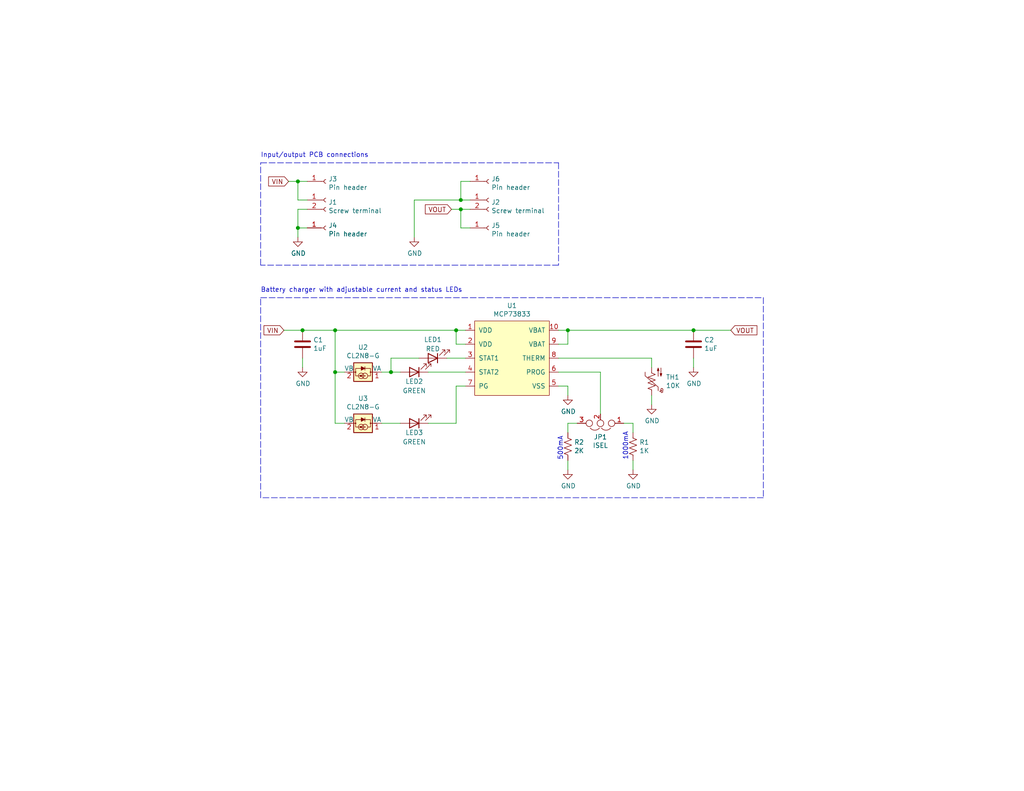
<source format=kicad_sch>
(kicad_sch (version 20211123) (generator eeschema)
  (paper "USLetter")
  (title_block (title "MCP73833 Battery Charger") (date "2021-07-15") (rev "A") (company "Ben's Universe Electronics") (comment 1 "Benjamin Owen"))
  (lib_symbols
    (symbol "Battery_Management:MCP73833" (pin_names (offset 1.016))
      (property "Reference" "U1" (at 0 14.351 0))
      (property "Value" "MCP73833" (at 0 12.0396 0))
      (symbol "MCP73833_0_1"
        (rectangle (start -10.16 10.16) (end 10.16 -10.16) (fill (type background)))
      )
      (symbol "MCP73833_1_1"
        (pin power_in line (at -12.7 7.62 0) (length 2.54) (name "VDD") (number "1"))
        (pin power_out line (at 12.7 7.62 180) (length 2.54) (name "VBAT") (number "10"))
        (pin power_in line (at -12.7 3.81 0) (length 2.54) (name "VDD") (number "2"))
        (pin power_in line (at -12.7 0 0) (length 2.54) (name "STAT1") (number "3"))
        (pin power_in line (at -12.7 -3.81 0) (length 2.54) (name "STAT2") (number "4"))
        (pin power_in line (at 12.7 -7.62 180) (length 2.54) (name "VSS") (number "5"))
        (pin input line (at 12.7 -3.81 180) (length 2.54) (name "PROG") (number "6"))
        (pin power_in line (at -12.7 -7.62 0) (length 2.54) (name "PG") (number "7"))
        (pin input line (at 12.7 0 180) (length 2.54) (name "THERM") (number "8"))
        (pin power_out line (at 12.7 3.81 180) (length 2.54) (name "VBAT") (number "9"))
      )
    )
    (symbol "Connector:Conn_01x01_Female" (pin_names (offset 1.016) hide)
      (property "Reference" "J" (at 0 2.54 0))
      (property "Value" "Conn_01x01_Female" (at 0 -2.54 0))
      (symbol "Conn_01x01_Female_1_1"
        (polyline (pts (xy -1.27 0) (xy -0.508 0)) (stroke (width 0.1524)))
        (arc (start 0 0.508) (mid -0.508 0) (end 0 -0.508) (stroke (width 0.1524)))
        (pin passive line (at -5.08 0 0) (length 3.81) (name "Pin_1") (number "1"))
      )
    )
    (symbol "Connector:Conn_01x02_Female" (pin_names (offset 1.016) hide)
      (property "Reference" "J" (at 0 2.54 0))
      (property "Value" "Conn_01x02_Female" (at 0 -5.08 0))
      (symbol "Conn_01x02_Female_1_1"
        (arc (start 0 -2.032) (mid -0.508 -2.54) (end 0 -3.048) (stroke (width 0.1524)))
        (polyline (pts (xy -1.27 -2.54) (xy -0.508 -2.54)) (stroke (width 0.1524)))
        (polyline (pts (xy -1.27 0) (xy -0.508 0)) (stroke (width 0.1524)))
        (arc (start 0 0.508) (mid -0.508 0) (end 0 -0.508) (stroke (width 0.1524)))
        (pin passive line (at -5.08 0 0) (length 3.81) (name "Pin_1") (number "1"))
        (pin passive line (at -5.08 -2.54 0) (length 3.81) (name "Pin_2") (number "2"))
      )
    )
    (symbol "Device:C" (pin_numbers hide) (pin_names (offset 0.254))
      (property "Reference" "C" (at 0.635 2.54 0))
      (property "Value" "C" (at 0.635 -2.54 0))
      (symbol "C_0_1"
        (polyline (pts (xy -2.032 -0.762) (xy 2.032 -0.762)) (stroke (width 0.508)))
        (polyline (pts (xy -2.032 0.762) (xy 2.032 0.762)) (stroke (width 0.508)))
      )
      (symbol "C_1_1"
        (pin passive line (at 0 3.81 270) (length 2.794) (name "~") (number "1"))
        (pin passive line (at 0 -3.81 90) (length 2.794) (name "~") (number "2"))
      )
    )
    (symbol "Device:Jumper_NC_Dual" (pin_names (offset 0.762) hide)
      (property "Reference" "JP" (at 1.27 -2.54 0))
      (property "Value" "Device_Jumper_NC_Dual" (at 0 2.54 0))
      (symbol "Jumper_NC_Dual_0_1"
        (circle (center -3.048 0) (radius 0.889))
        (arc (start -0.254 1.27) (mid -1.524 1.8804) (end -2.794 1.27))
        (circle (center 0 0) (radius 0.9144))
        (arc (start 2.794 1.27) (mid 1.524 1.8804) (end 0.254 1.27))
        (circle (center 3.048 0) (radius 0.889))
        (pin passive line (at -6.35 0 0) (length 2.413) (name "1") (number "1"))
        (pin passive line (at 0 -2.54 90) (length 1.524) (name "2") (number "2"))
        (pin passive line (at 6.35 0 180) (length 2.413) (name "3") (number "3"))
      )
    )
    (symbol "Device:LED" (pin_numbers hide) (pin_names (offset 1.016) hide)
      (property "Reference" "D" (at 0 2.54 0))
      (property "Value" "LED" (at 0 -2.54 0))
      (symbol "LED_0_1"
        (polyline (pts (xy -1.27 -1.27) (xy -1.27 1.27)) (stroke (width 0.254)))
        (polyline (pts (xy -1.27 0) (xy 1.27 0)))
        (polyline (pts (xy 1.27 -1.27) (xy 1.27 1.27) (xy -1.27 0) (xy 1.27 -1.27)) (stroke (width 0.254)))
        (polyline (pts (xy -3.048 -0.762) (xy -4.572 -2.286) (xy -3.81 -2.286) (xy -4.572 -2.286) (xy -4.572 -1.524)))
        (polyline (pts (xy -1.778 -0.762) (xy -3.302 -2.286) (xy -2.54 -2.286) (xy -3.302 -2.286) (xy -3.302 -1.524)))
      )
      (symbol "LED_1_1"
        (pin passive line (at -3.81 0 0) (length 2.54) (name "K") (number "1"))
        (pin passive line (at 3.81 0 180) (length 2.54) (name "A") (number "2"))
      )
    )
    (symbol "Device:R_US" (pin_numbers hide) (pin_names (offset 0))
      (property "Reference" "R" (at 2.54 0 90))
      (property "Value" "R_US" (at -2.54 0 90))
      (symbol "R_US_0_1"
        (polyline (pts (xy 0 -2.286) (xy 0 -2.54)))
        (polyline (pts (xy 0 2.286) (xy 0 2.54)))
        (polyline (pts (xy 0 -0.762) (xy 1.016 -1.143) (xy 0 -1.524) (xy -1.016 -1.905) (xy 0 -2.286)))
        (polyline (pts (xy 0 0.762) (xy 1.016 0.381) (xy 0 0) (xy -1.016 -0.381) (xy 0 -0.762)))
        (polyline (pts (xy 0 2.286) (xy 1.016 1.905) (xy 0 1.524) (xy -1.016 1.143) (xy 0 0.762)))
      )
      (symbol "R_US_1_1"
        (pin passive line (at 0 3.81 270) (length 1.27) (name "~") (number "1"))
        (pin passive line (at 0 -3.81 90) (length 1.27) (name "~") (number "2"))
      )
    )
    (symbol "Device:Thermistor_NTC_US" (pin_numbers hide) (pin_names (offset 0))
      (property "Reference" "TH" (at -4.445 0 90))
      (property "Value" "Thermistor_NTC_US" (at 3.175 0 90))
      (symbol "Thermistor_NTC_US_0_1"
        (arc (start -3.048 2.159) (mid -3.0505 2.3165) (end -3.175 2.413))
        (arc (start -3.048 2.159) (mid -2.9736 1.9794) (end -2.794 1.905))
        (arc (start -3.048 2.794) (mid -2.9736 2.6144) (end -2.794 2.54))
        (arc (start -2.794 1.905) (mid -2.6144 1.9794) (end -2.54 2.159))
        (arc (start -2.794 2.54) (mid -2.434 2.5608) (end -2.159 2.794))
        (arc (start -2.794 3.048) (mid -2.9736 2.9736) (end -3.048 2.794))
        (arc (start -2.54 2.794) (mid -2.6144 2.9736) (end -2.794 3.048))
        (polyline (pts (xy -2.54 2.159) (xy -2.54 2.794)))
        (polyline (pts (xy 0 -2.286) (xy 0 -2.54)))
        (polyline (pts (xy 0 2.286) (xy 0 2.54)))
        (polyline (pts (xy -1.778 2.54) (xy -1.778 1.524) (xy 1.778 -1.524) (xy 1.778 -2.54)))
        (polyline (pts (xy 0 -0.762) (xy 1.016 -1.143) (xy 0 -1.524) (xy -1.016 -1.905) (xy 0 -2.286)))
        (polyline (pts (xy 0 0.762) (xy 1.016 0.381) (xy 0 0) (xy -1.016 -0.381) (xy 0 -0.762)))
        (polyline (pts (xy 0 2.286) (xy 1.016 1.905) (xy 0 1.524) (xy -1.016 1.143) (xy 0 0.762)))
        (polyline (pts (xy -2.54 -3.683) (xy -2.54 -1.397) (xy -2.794 -2.159) (xy -2.286 -2.159) (xy -2.54 -1.397) (xy -2.54 -1.651)) (fill (type outline)))
        (polyline (pts (xy -1.778 -1.397) (xy -1.778 -3.683) (xy -2.032 -2.921) (xy -1.524 -2.921) (xy -1.778 -3.683) (xy -1.778 -3.429)) (fill (type outline)))
      )
      (symbol "Thermistor_NTC_US_1_1"
        (pin passive line (at 0 3.81 270) (length 1.27) (name "~") (number "1"))
        (pin passive line (at 0 -3.81 90) (length 1.27) (name "~") (number "2"))
      )
    )
    (symbol "Driver_LED:CL2N8-G" (pin_names (offset 0))
      (property "Reference" "U" (at 3.81 3.81 0))
      (property "Value" "Driver_LED_CL2N8-G" (at 3.81 1.27 0))
      (symbol "CL2N8-G_0_1"
        (rectangle (start -2.54 2.54) (end 2.54 -2.54) (stroke (width 0.254)) (fill (type background)))
        (circle (center 0 -2.032) (radius 0.127))
        (polyline (pts (xy -1.524 0.508) (xy -0.508 0.508)))
        (polyline (pts (xy 0 -3.048) (xy 0 -3.81)))
        (polyline (pts (xy 0 -2.032) (xy 0 -2.54)))
        (polyline (pts (xy 0 2.032) (xy 0 2.54)))
        (polyline (pts (xy 0 3.048) (xy 0 3.81)))
        (polyline (pts (xy -1.016 -0.508) (xy -1.016 -2.032) (xy 1.016 -2.032) (xy 1.016 -1.27)))
        (polyline (pts (xy -1.016 0.508) (xy -1.524 -0.508) (xy -0.508 -0.508) (xy -1.016 0.508)) (fill (type outline)))
        (polyline (pts (xy 1.016 1.27) (xy 1.016 2.032) (xy -1.016 2.032) (xy -1.016 0.508)))
        (polyline (pts (xy 1.016 0.762) (xy 1.016 -1.016) (xy 0.762 -0.508) (xy 1.27 -0.508) (xy 1.016 -1.016)) (fill (type outline)))
        (circle (center 0 2.032) (radius 0.127))
        (circle (center 1.016 -0.508) (radius 0.762))
        (circle (center 1.016 0.508) (radius 0.762))
      )
      (symbol "CL2N8-G_1_1"
        (pin input line (at 0 5.08 270) (length 2.54) (name "VA") (number "1"))
        (pin input line (at 0 -5.08 90) (length 2.54) (name "VB") (number "2"))
        (pin no_connect line (at 0 -2.54 90) (length 2.54) hide (name "NC") (number "3"))
      )
    )
    (symbol "power:GND" (power) (pin_names (offset 0))
      (property "Value" "GND" (at 0 -3.81 0))
      (symbol "GND_0_1"
        (polyline (pts (xy 0 0) (xy 0 -1.27) (xy 1.27 -1.27) (xy 0 -2.54) (xy -1.27 -1.27) (xy 0 -1.27)))
      )
      (symbol "GND_1_1"
        (pin power_in line (at 0 0 270) (length 0) hide (name "GND") (number "1"))
      )
    )
  )
  (junction (at 106.68 101.6))
  (junction (at 125.73 54.61))
  (junction (at 82.55 90.17))
  (junction (at 189.23 90.17))
  (junction (at 91.44 90.17))
  (junction (at 154.94 90.17))
  (junction (at 124.46 90.17))
  (junction (at 81.28 49.53))
  (junction (at 91.44 101.6))
  (junction (at 125.73 57.15))
  (junction (at 81.28 62.23))
  (wire (pts (xy 154.94 107.95) (xy 154.94 105.41)))
  (wire (pts (xy 177.8 100.33) (xy 177.8 97.79)))
  (wire (pts (xy 116.84 101.6) (xy 127 101.6)))
  (wire (pts (xy 91.44 90.17) (xy 124.46 90.17)))
  (wire (pts (xy 125.73 62.23) (xy 128.27 62.23)))
  (wire (pts (xy 157.48 115.57) (xy 154.94 115.57)))
  (wire (pts (xy 152.4 101.6) (xy 163.83 101.6)))
  (wire (pts (xy 189.23 100.33) (xy 189.23 97.79)))
  (wire (pts (xy 152.4 97.79) (xy 177.8 97.79)))
  (polyline (pts (xy 208.28 135.89) (xy 71.12 135.89)))
  (wire (pts (xy 154.94 128.27) (xy 154.94 125.73)))
  (wire (pts (xy 172.72 115.57) (xy 172.72 118.11)))
  (wire (pts (xy 83.82 54.61) (xy 81.28 54.61)))
  (wire (pts (xy 104.14 115.57) (xy 109.22 115.57)))
  (wire (pts (xy 123.19 57.15) (xy 125.73 57.15)))
  (wire (pts (xy 127 93.98) (xy 124.46 93.98)))
  (wire (pts (xy 113.03 64.77) (xy 113.03 54.61)))
  (wire (pts (xy 83.82 62.23) (xy 81.28 62.23)))
  (wire (pts (xy 124.46 90.17) (xy 127 90.17)))
  (wire (pts (xy 81.28 57.15) (xy 83.82 57.15)))
  (wire (pts (xy 116.84 115.57) (xy 124.46 115.57)))
  (wire (pts (xy 124.46 115.57) (xy 124.46 105.41)))
  (wire (pts (xy 77.47 90.17) (xy 82.55 90.17)))
  (wire (pts (xy 81.28 54.61) (xy 81.28 49.53)))
  (wire (pts (xy 125.73 57.15) (xy 128.27 57.15)))
  (wire (pts (xy 104.14 101.6) (xy 106.68 101.6)))
  (polyline (pts (xy 71.12 135.89) (xy 71.12 81.28)))
  (wire (pts (xy 82.55 100.33) (xy 82.55 97.79)))
  (wire (pts (xy 81.28 62.23) (xy 81.28 57.15)))
  (polyline (pts (xy 152.4 44.45) (xy 152.4 72.39)))
  (polyline (pts (xy 208.28 81.28) (xy 208.28 135.89)))
  (wire (pts (xy 128.27 49.53) (xy 125.73 49.53)))
  (wire (pts (xy 93.98 101.6) (xy 91.44 101.6)))
  (wire (pts (xy 125.73 49.53) (xy 125.73 54.61)))
  (wire (pts (xy 154.94 105.41) (xy 152.4 105.41)))
  (wire (pts (xy 82.55 90.17) (xy 91.44 90.17)))
  (wire (pts (xy 91.44 115.57) (xy 91.44 101.6)))
  (polyline (pts (xy 71.12 81.28) (xy 208.28 81.28)))
  (polyline (pts (xy 152.4 72.39) (xy 71.12 72.39)))
  (wire (pts (xy 91.44 115.57) (xy 93.98 115.57)))
  (wire (pts (xy 199.39 90.17) (xy 189.23 90.17)))
  (wire (pts (xy 91.44 101.6) (xy 91.44 90.17)))
  (wire (pts (xy 189.23 90.17) (xy 154.94 90.17)))
  (wire (pts (xy 177.8 110.49) (xy 177.8 107.95)))
  (wire (pts (xy 124.46 105.41) (xy 127 105.41)))
  (wire (pts (xy 124.46 93.98) (xy 124.46 90.17)))
  (wire (pts (xy 113.03 54.61) (xy 125.73 54.61)))
  (wire (pts (xy 109.22 101.6) (xy 106.68 101.6)))
  (wire (pts (xy 154.94 115.57) (xy 154.94 118.11)))
  (wire (pts (xy 125.73 57.15) (xy 125.73 62.23)))
  (wire (pts (xy 78.74 49.53) (xy 81.28 49.53)))
  (wire (pts (xy 154.94 90.17) (xy 152.4 90.17)))
  (wire (pts (xy 81.28 64.77) (xy 81.28 62.23)))
  (polyline (pts (xy 71.12 44.45) (xy 152.4 44.45)))
  (wire (pts (xy 106.68 101.6) (xy 106.68 97.79)))
  (polyline (pts (xy 71.12 72.39) (xy 71.12 44.45)))
  (wire (pts (xy 172.72 128.27) (xy 172.72 125.73)))
  (wire (pts (xy 163.83 101.6) (xy 163.83 113.03)))
  (wire (pts (xy 152.4 93.98) (xy 154.94 93.98)))
  (wire (pts (xy 114.3 97.79) (xy 106.68 97.79)))
  (wire (pts (xy 121.92 97.79) (xy 127 97.79)))
  (wire (pts (xy 81.28 49.53) (xy 83.82 49.53)))
  (wire (pts (xy 125.73 54.61) (xy 128.27 54.61)))
  (wire (pts (xy 170.18 115.57) (xy 172.72 115.57)))
  (wire (pts (xy 154.94 93.98) (xy 154.94 90.17)))
  (text "Battery charger with adjustable current and status LEDs" (at 71.12 80.01 0) (effects (font (size 1.27 1.27)) (justify left bottom)))
  (text "Input/output PCB connections" (at 71.12 43.18 0) (effects (font (size 1.27 1.27)) (justify left bottom)))
  (text "500mA" (at 153.67 125.73 90) (effects (font (size 1.27 1.27)) (justify left bottom)))
  (text "1000mA" (at 171.45 125.73 90) (effects (font (size 1.27 1.27)) (justify left bottom)))
  (global_label "VIN" (shape input) (at 77.47 90.17 180) (property "Intersheet References" "${INTERSHEET_REFS}" (effects hide)))
  (global_label "VOUT" (shape input) (at 199.39 90.17 0) (property "Intersheet References" "${INTERSHEET_REFS}" (effects hide)))
  (global_label "VOUT" (shape input) (at 123.19 57.15 180) (property "Intersheet References" "${INTERSHEET_REFS}" (effects hide)))
  (global_label "VIN" (shape input) (at 78.74 49.53 180) (property "Intersheet References" "${INTERSHEET_REFS}" (effects hide)))
  (symbol (lib_id "Battery_Management:MCP73833") (at 139.7 97.79 0) (unit 1)
    (property "Reference" "U1" (at 139.7 83.439 0))
    (property "Value" "MCP73833" (at 139.7 85.7504 0))
    (property "Footprint" "Package_SO:MSOP-10_3x3mm_P0.5mm" (effects hide))
    (property "Datasheet" "https://ww1.microchip.com/downloads/en/DeviceDoc/22005b.pdf" (effects hide))
  )
  (symbol (lib_id "Device:C") (at 82.55 93.98 0) (unit 1)
    (property "Reference" "C1" (at 85.471 92.8116 0) (effects (justify left)))
    (property "Value" "1uF" (at 85.471 95.123 0) (effects (justify left)))
    (property "Footprint" "Capacitor_SMD:C_0603_1608Metric_Pad1.08x0.95mm_HandSolder" (effects hide))
  )
  (symbol (lib_id "power:GND") (at 82.55 100.33 0) (unit 1)
    (property "Reference" "#PWR0101" (effects hide))
    (property "Value" "GND" (at 82.677 104.7242 0))
  )
  (symbol (lib_id "Connector:Conn_01x02_Female") (at 88.9 54.61 0) (unit 1)
    (property "Reference" "J1" (at 89.6112 55.2196 0) (effects (justify left)))
    (property "Value" "Screw terminal" (at 89.6112 57.531 0) (effects (justify left)))
    (property "Footprint" "TerminalBlock_Phoenix:TerminalBlock_Phoenix_PT-1,5-2-5.0-H_1x02_P5.00mm_Horizontal" (effects hide))
  )
  (symbol (lib_id "Connector:Conn_01x01_Female") (at 88.9 49.53 0) (unit 1)
    (property "Reference" "J3" (at 89.6112 48.8696 0) (effects (justify left)))
    (property "Value" "Pin header" (at 89.6112 51.181 0) (effects (justify left)))
    (property "Footprint" "Connector_Pin:Pin_D1.0mm_L10.0mm_LooseFit" (effects hide))
  )
  (symbol (lib_id "Driver_LED:CL2N8-G") (at 99.06 101.6 270) (unit 1)
    (property "Reference" "U2" (at 99.06 94.8182 90))
    (property "Value" "CL2N8-G" (at 99.06 97.1296 90))
    (property "Footprint" "Package_TO_SOT_SMD:SOT-89-3" (effects hide))
    (property "Datasheet" "https://ww1.microchip.com/downloads/en/DeviceDoc/20005448A.pdf" (effects hide))
  )
  (symbol (lib_id "power:GND") (at 81.28 64.77 0) (unit 1)
    (property "Reference" "#PWR0107" (effects hide))
    (property "Value" "GND" (at 81.407 69.1642 0))
  )
  (symbol (lib_id "Connector:Conn_01x01_Female") (at 88.9 62.23 0) (unit 1)
    (property "Reference" "J4" (at 89.6112 61.5696 0) (effects (justify left)))
    (property "Value" "Pin header" (at 89.6112 63.881 0) (effects (justify left)))
    (property "Footprint" "Connector_Pin:Pin_D1.0mm_L10.0mm_LooseFit" (effects hide))
  )
  (symbol (lib_id "Connector:Conn_01x02_Female") (at 133.35 54.61 0) (unit 1)
    (property "Reference" "J2" (at 134.0612 55.2196 0) (effects (justify left)))
    (property "Value" "Screw terminal" (at 134.0612 57.531 0) (effects (justify left)))
    (property "Footprint" "TerminalBlock_Phoenix:TerminalBlock_Phoenix_PT-1,5-2-5.0-H_1x02_P5.00mm_Horizontal" (effects hide))
  )
  (symbol (lib_id "Connector:Conn_01x01_Female") (at 133.35 49.53 0) (unit 1)
    (property "Reference" "J6" (at 134.0612 48.8696 0) (effects (justify left)))
    (property "Value" "Pin header" (at 134.0612 51.181 0) (effects (justify left)))
    (property "Footprint" "Connector_Pin:Pin_D1.0mm_L10.0mm_LooseFit" (effects hide))
  )
  (symbol (lib_id "Driver_LED:CL2N8-G") (at 99.06 115.57 270) (unit 1)
    (property "Reference" "U3" (at 99.06 108.7882 90))
    (property "Value" "CL2N8-G" (at 99.06 111.0996 90))
    (property "Footprint" "Package_TO_SOT_SMD:SOT-89-3" (effects hide))
    (property "Datasheet" "https://ww1.microchip.com/downloads/en/DeviceDoc/20005448A.pdf" (effects hide))
  )
  (symbol (lib_id "Connector:Conn_01x01_Female") (at 133.35 62.23 0) (unit 1)
    (property "Reference" "J5" (at 134.0612 61.5696 0) (effects (justify left)))
    (property "Value" "Pin header" (at 134.0612 63.881 0) (effects (justify left)))
    (property "Footprint" "Connector_Pin:Pin_D1.0mm_L10.0mm_LooseFit" (effects hide))
  )
  (symbol (lib_id "power:GND") (at 113.03 64.77 0) (unit 1)
    (property "Reference" "#PWR0108" (effects hide))
    (property "Value" "GND" (at 113.157 69.1642 0))
  )
  (symbol (lib_id "Device:Thermistor_NTC_US") (at 177.8 104.14 180) (unit 1)
    (property "Reference" "TH1" (at 181.6862 102.9716 0) (effects (justify right)))
    (property "Value" "10K" (at 181.6862 105.283 0) (effects (justify right)))
    (property "Footprint" "Resistor_SMD:R_0603_1608Metric_Pad0.98x0.95mm_HandSolder" (effects hide))
  )
  (symbol (lib_id "power:GND") (at 177.8 110.49 0) (unit 1)
    (property "Reference" "#PWR0102" (effects hide))
    (property "Value" "GND" (at 177.927 114.8842 0))
  )
  (symbol (lib_id "Device:C") (at 189.23 93.98 0) (unit 1)
    (property "Reference" "C2" (at 192.151 92.8116 0) (effects (justify left)))
    (property "Value" "1uF" (at 192.151 95.123 0) (effects (justify left)))
    (property "Footprint" "Capacitor_SMD:C_0603_1608Metric_Pad1.08x0.95mm_HandSolder" (effects hide))
  )
  (symbol (lib_id "power:GND") (at 189.23 100.33 0) (unit 1)
    (property "Reference" "#PWR0103" (effects hide))
    (property "Value" "GND" (at 189.357 104.7242 0))
  )
  (symbol (lib_id "Device:LED") (at 118.11 97.79 180) (unit 1)
    (property "Reference" "LED1" (at 118.11 92.71 0))
    (property "Value" "RED" (at 118.11 95.25 0))
    (property "Footprint" "LED_SMD:LED_0603_1608Metric_Pad1.05x0.95mm_HandSolder" (effects hide))
  )
  (symbol (lib_id "Device:Jumper_NC_Dual") (at 163.83 115.57 180) (unit 1)
    (property "Reference" "JP1" (at 163.83 119.3038 0))
    (property "Value" "ISEL" (at 163.83 121.6152 0))
    (property "Footprint" "Connector_PinHeader_2.54mm:PinHeader_1x03_P2.54mm_Vertical" (effects hide))
  )
  (symbol (lib_id "Device:LED") (at 113.03 101.6 180) (unit 1)
    (property "Reference" "LED2" (at 113.03 104.14 0))
    (property "Value" "GREEN" (at 113.03 106.68 0))
    (property "Footprint" "LED_SMD:LED_0603_1608Metric_Pad1.05x0.95mm_HandSolder" (effects hide))
  )
  (symbol (lib_id "Device:R_US") (at 172.72 121.92 0) (unit 1)
    (property "Reference" "R1" (at 174.4472 120.7516 0) (effects (justify left)))
    (property "Value" "1K" (at 174.4472 123.063 0) (effects (justify left)))
    (property "Footprint" "Resistor_SMD:R_0603_1608Metric_Pad0.98x0.95mm_HandSolder" (effects hide))
  )
  (symbol (lib_id "Device:LED") (at 113.03 115.57 180) (unit 1)
    (property "Reference" "LED3" (at 113.03 118.11 0))
    (property "Value" "GREEN" (at 113.03 120.65 0))
    (property "Footprint" "LED_SMD:LED_0603_1608Metric_Pad1.05x0.95mm_HandSolder" (effects hide))
  )
  (symbol (lib_id "Device:R_US") (at 154.94 121.92 0) (unit 1)
    (property "Reference" "R2" (at 156.6672 120.7516 0) (effects (justify left)))
    (property "Value" "2K" (at 156.6672 123.063 0) (effects (justify left)))
    (property "Footprint" "Resistor_SMD:R_0603_1608Metric_Pad0.98x0.95mm_HandSolder" (effects hide))
  )
  (symbol (lib_id "power:GND") (at 154.94 128.27 0) (unit 1)
    (property "Reference" "#PWR0104" (effects hide))
    (property "Value" "GND" (at 155.067 132.6642 0))
  )
  (symbol (lib_id "power:GND") (at 172.72 128.27 0) (unit 1)
    (property "Reference" "#PWR0105" (effects hide))
    (property "Value" "GND" (at 172.847 132.6642 0))
  )
  (symbol (lib_id "power:GND") (at 154.94 107.95 0) (unit 1)
    (property "Reference" "#PWR0106" (effects hide))
    (property "Value" "GND" (at 155.067 112.3442 0))
  )
)
</source>
